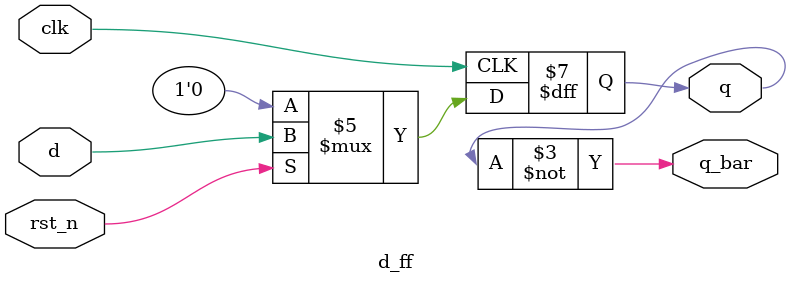
<source format=v>
module d_ff (
    input   clk,
    input   rst_n,   // Active-low reset
    input   d,
    output reg q,
    output  q_bar
);

    always @(posedge clk) begin
        if (!rst_n) begin
            q <= 1'b0;
        end
        else begin
            q <= d;
        end
    end

    // Complement output
    assign q_bar = ~q;

endmodule

</source>
